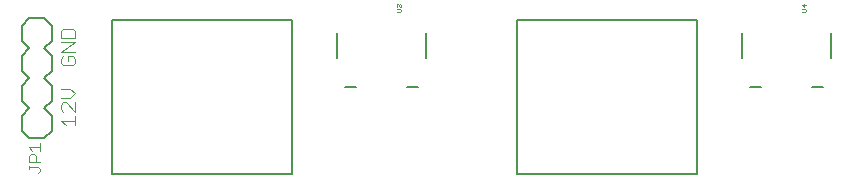
<source format=gto>
G75*
G70*
%OFA0B0*%
%FSLAX24Y24*%
%IPPOS*%
%LPD*%
%AMOC8*
5,1,8,0,0,1.08239X$1,22.5*
%
%ADD10C,0.0040*%
%ADD11C,0.0080*%
%ADD12C,0.0010*%
D10*
X001220Y003237D02*
X001280Y003297D01*
X001280Y003357D01*
X001220Y003417D01*
X000920Y003417D01*
X000920Y003357D02*
X000920Y003477D01*
X000920Y003605D02*
X000920Y003785D01*
X000980Y003846D01*
X001100Y003846D01*
X001160Y003785D01*
X001160Y003605D01*
X001280Y003605D02*
X000920Y003605D01*
X001040Y003974D02*
X000920Y004094D01*
X001280Y004094D01*
X001280Y003974D02*
X001280Y004214D01*
X002000Y004965D02*
X002153Y004812D01*
X002460Y004812D02*
X002460Y005119D01*
X002460Y004965D02*
X002000Y004965D01*
X002076Y005272D02*
X002000Y005349D01*
X002000Y005503D01*
X002076Y005579D01*
X002153Y005579D01*
X002460Y005272D01*
X002460Y005579D01*
X002307Y005733D02*
X002000Y005733D01*
X002307Y005733D02*
X002460Y005886D01*
X002307Y006040D01*
X002000Y006040D01*
X002076Y006812D02*
X002383Y006812D01*
X002460Y006889D01*
X002460Y007042D01*
X002383Y007119D01*
X002230Y007119D01*
X002230Y006965D01*
X002076Y006812D02*
X002000Y006889D01*
X002000Y007042D01*
X002076Y007119D01*
X002000Y007272D02*
X002460Y007579D01*
X002000Y007579D01*
X002000Y007733D02*
X002000Y007963D01*
X002076Y008040D01*
X002383Y008040D01*
X002460Y007963D01*
X002460Y007733D01*
X002000Y007733D01*
X002000Y007272D02*
X002460Y007272D01*
D11*
X001680Y007142D02*
X001680Y006642D01*
X001430Y006392D01*
X001680Y006142D01*
X001680Y005642D01*
X001430Y005392D01*
X001680Y005142D01*
X001680Y004642D01*
X001430Y004392D01*
X000930Y004392D01*
X000680Y004642D01*
X000680Y005142D01*
X000930Y005392D01*
X000680Y005642D01*
X000680Y006142D01*
X000930Y006392D01*
X000680Y006642D01*
X000680Y007142D01*
X000930Y007392D01*
X000680Y007642D01*
X000680Y008142D01*
X000930Y008392D01*
X001430Y008392D01*
X001680Y008142D01*
X001680Y007642D01*
X001430Y007392D01*
X001680Y007142D01*
X003680Y008329D02*
X003680Y003211D01*
X009680Y003211D01*
X009680Y008329D01*
X003680Y008329D01*
X011184Y007904D02*
X011184Y007077D01*
X011460Y006093D02*
X011814Y006093D01*
X013546Y006093D02*
X013900Y006093D01*
X014176Y007077D02*
X014176Y007904D01*
X017180Y008329D02*
X017180Y003211D01*
X023180Y003211D01*
X023180Y008329D01*
X017180Y008329D01*
X024684Y007904D02*
X024684Y007077D01*
X024960Y006093D02*
X025314Y006093D01*
X027046Y006093D02*
X027400Y006093D01*
X027676Y007077D02*
X027676Y007904D01*
D12*
X026835Y008627D02*
X026835Y008677D01*
X026810Y008702D01*
X026685Y008702D01*
X026760Y008750D02*
X026760Y008850D01*
X026835Y008825D02*
X026685Y008825D01*
X026760Y008750D01*
X026835Y008627D02*
X026810Y008602D01*
X026685Y008602D01*
X013335Y008627D02*
X013335Y008677D01*
X013310Y008702D01*
X013185Y008702D01*
X013210Y008750D02*
X013185Y008775D01*
X013185Y008825D01*
X013210Y008850D01*
X013235Y008850D01*
X013260Y008825D01*
X013285Y008850D01*
X013310Y008850D01*
X013335Y008825D01*
X013335Y008775D01*
X013310Y008750D01*
X013260Y008800D02*
X013260Y008825D01*
X013335Y008627D02*
X013310Y008602D01*
X013185Y008602D01*
M02*

</source>
